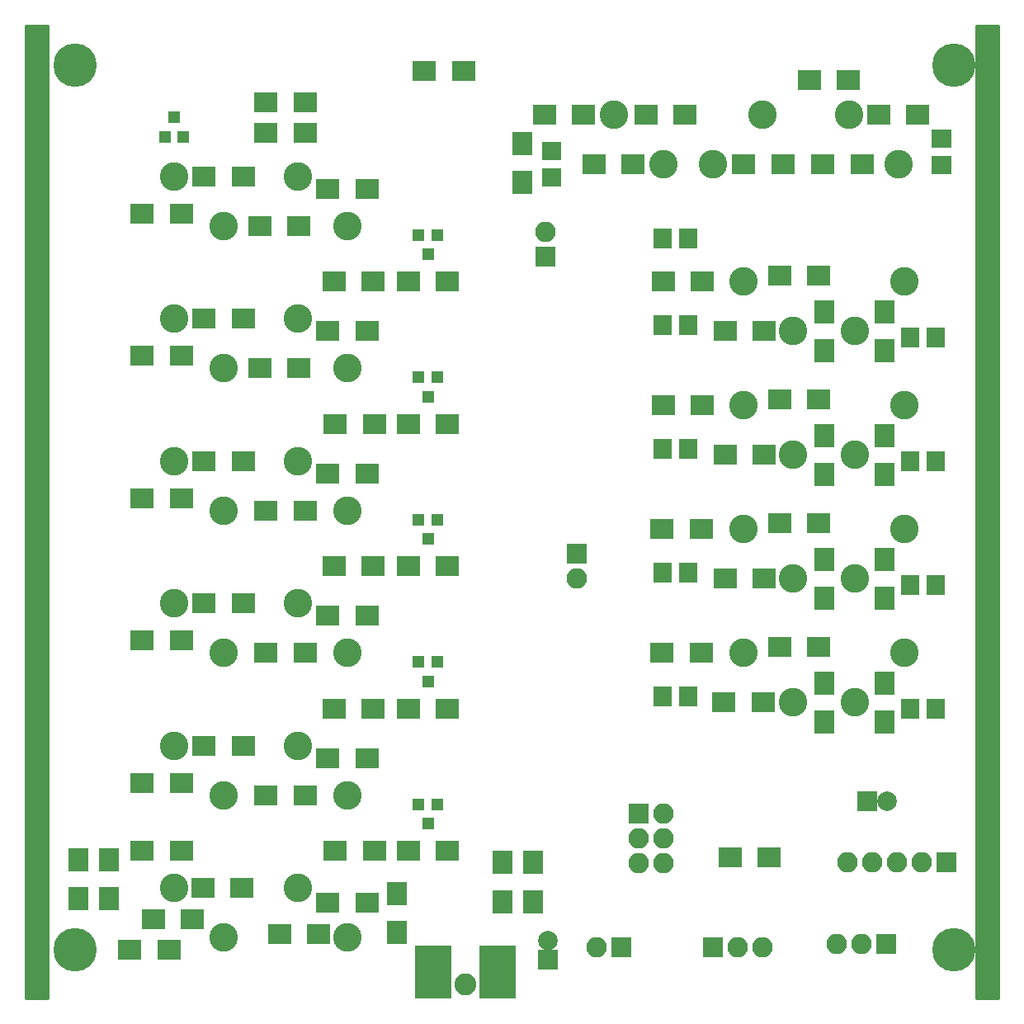
<source format=gbr>
G04 #@! TF.FileFunction,Soldermask,Bot*
%FSLAX46Y46*%
G04 Gerber Fmt 4.6, Leading zero omitted, Abs format (unit mm)*
G04 Created by KiCad (PCBNEW 4.0.7-e1-6374~58~ubuntu14.04.1) date Fri Aug  4 16:13:01 2017*
%MOMM*%
%LPD*%
G01*
G04 APERTURE LIST*
%ADD10C,0.100000*%
%ADD11R,2.400000X2.000000*%
%ADD12R,2.000000X2.400000*%
%ADD13R,1.200100X1.200100*%
%ADD14R,2.100000X2.400000*%
%ADD15R,2.400000X2.100000*%
%ADD16R,2.100000X2.100000*%
%ADD17O,2.100000X2.100000*%
%ADD18C,4.464000*%
%ADD19R,0.800000X1.900000*%
%ADD20R,1.900000X0.800000*%
%ADD21R,3.700000X5.400000*%
%ADD22C,2.250000*%
%ADD23C,2.940000*%
%ADD24R,2.000000X2.000000*%
%ADD25C,2.000000*%
%ADD26C,0.254000*%
G04 APERTURE END LIST*
D10*
D11*
X160115000Y-150114000D03*
X156115000Y-150114000D03*
X143288000Y-148590000D03*
X147288000Y-148590000D03*
D12*
X163195000Y-149130000D03*
X163195000Y-153130000D03*
D11*
X155162000Y-153289000D03*
X151162000Y-153289000D03*
X142208000Y-151765000D03*
X138208000Y-151765000D03*
X141065000Y-144780000D03*
X137065000Y-144780000D03*
X139795000Y-154940000D03*
X135795000Y-154940000D03*
X141065000Y-79375000D03*
X137065000Y-79375000D03*
X141065000Y-93980000D03*
X137065000Y-93980000D03*
X141065000Y-108585000D03*
X137065000Y-108585000D03*
X141065000Y-123190000D03*
X137065000Y-123190000D03*
X141065000Y-137795000D03*
X137065000Y-137795000D03*
X143415000Y-75565000D03*
X147415000Y-75565000D03*
X143415000Y-90170000D03*
X147415000Y-90170000D03*
X143415000Y-104775000D03*
X147415000Y-104775000D03*
X143415000Y-119380000D03*
X147415000Y-119380000D03*
X143415000Y-133985000D03*
X147415000Y-133985000D03*
X149765000Y-67945000D03*
X153765000Y-67945000D03*
X156750000Y-86360000D03*
X160750000Y-86360000D03*
X156877000Y-100965000D03*
X160877000Y-100965000D03*
X156750000Y-115570000D03*
X160750000Y-115570000D03*
X156750000Y-130175000D03*
X160750000Y-130175000D03*
X156877000Y-144780000D03*
X160877000Y-144780000D03*
X149130000Y-95250000D03*
X153130000Y-95250000D03*
X149765000Y-109855000D03*
X153765000Y-109855000D03*
X149765000Y-124460000D03*
X153765000Y-124460000D03*
X149765000Y-139065000D03*
X153765000Y-139065000D03*
X149130000Y-80645000D03*
X153130000Y-80645000D03*
X160115000Y-76835000D03*
X156115000Y-76835000D03*
X160115000Y-91440000D03*
X156115000Y-91440000D03*
X160115000Y-106045000D03*
X156115000Y-106045000D03*
X160115000Y-120650000D03*
X156115000Y-120650000D03*
X160115000Y-135255000D03*
X156115000Y-135255000D03*
D12*
X176022000Y-72168000D03*
X176022000Y-76168000D03*
D11*
X178340000Y-69215000D03*
X182340000Y-69215000D03*
X187420000Y-74295000D03*
X183420000Y-74295000D03*
X188754000Y-69215000D03*
X192754000Y-69215000D03*
X190532000Y-86360000D03*
X194532000Y-86360000D03*
X190532000Y-99060000D03*
X194532000Y-99060000D03*
X190405000Y-111760000D03*
X194405000Y-111760000D03*
X190405000Y-124460000D03*
X194405000Y-124460000D03*
X198787000Y-74295000D03*
X202787000Y-74295000D03*
X200882000Y-91440000D03*
X196882000Y-91440000D03*
X200882000Y-104140000D03*
X196882000Y-104140000D03*
X200882000Y-116840000D03*
X196882000Y-116840000D03*
X200755000Y-129540000D03*
X196755000Y-129540000D03*
X206915000Y-74295000D03*
X210915000Y-74295000D03*
X202470000Y-85725000D03*
X206470000Y-85725000D03*
X202470000Y-98425000D03*
X206470000Y-98425000D03*
X202470000Y-111125000D03*
X206470000Y-111125000D03*
X202470000Y-123825000D03*
X206470000Y-123825000D03*
D13*
X141285000Y-71485760D03*
X139385000Y-71485760D03*
X140335000Y-69486780D03*
X165420000Y-81549240D03*
X167320000Y-81549240D03*
X166370000Y-83548220D03*
X165420000Y-96154240D03*
X167320000Y-96154240D03*
X166370000Y-98153220D03*
X165420000Y-110759240D03*
X167320000Y-110759240D03*
X166370000Y-112758220D03*
X165420000Y-125364240D03*
X167320000Y-125364240D03*
X166370000Y-127363220D03*
X165420000Y-139969240D03*
X167320000Y-139969240D03*
X166370000Y-141968220D03*
D14*
X133667500Y-145637500D03*
X133667500Y-149637500D03*
X130492500Y-145637500D03*
X130492500Y-149637500D03*
D15*
X153765000Y-71120000D03*
X149765000Y-71120000D03*
X168370000Y-86360000D03*
X164370000Y-86360000D03*
X168370000Y-100965000D03*
X164370000Y-100965000D03*
X168370000Y-115570000D03*
X164370000Y-115570000D03*
X168370000Y-130175000D03*
X164370000Y-130175000D03*
X168370000Y-144780000D03*
X164370000Y-144780000D03*
D14*
X173990000Y-145955000D03*
X173990000Y-149955000D03*
X177165000Y-145955000D03*
X177165000Y-149955000D03*
D11*
X209518000Y-65659000D03*
X205518000Y-65659000D03*
D12*
X207010000Y-93440000D03*
X207010000Y-89440000D03*
X207010000Y-106140000D03*
X207010000Y-102140000D03*
X207010000Y-118840000D03*
X207010000Y-114840000D03*
X207010000Y-131540000D03*
X207010000Y-127540000D03*
D11*
X212630000Y-69215000D03*
X216630000Y-69215000D03*
D16*
X181610000Y-114300000D03*
D17*
X181610000Y-116840000D03*
D18*
X130175000Y-64135000D03*
X220345000Y-64135000D03*
X130175000Y-154940000D03*
D15*
X170021000Y-64770000D03*
X166021000Y-64770000D03*
D19*
X178420000Y-72965000D03*
X179070000Y-72965000D03*
X179720000Y-72965000D03*
X179720000Y-75625000D03*
X179070000Y-75625000D03*
X178420000Y-75625000D03*
D20*
X193100000Y-81265000D03*
X193100000Y-81915000D03*
X193100000Y-82565000D03*
X190440000Y-82565000D03*
X190440000Y-81915000D03*
X190440000Y-81265000D03*
X193100000Y-90155000D03*
X193100000Y-90805000D03*
X193100000Y-91455000D03*
X190440000Y-91455000D03*
X190440000Y-90805000D03*
X190440000Y-90155000D03*
X193100000Y-102855000D03*
X193100000Y-103505000D03*
X193100000Y-104155000D03*
X190440000Y-104155000D03*
X190440000Y-103505000D03*
X190440000Y-102855000D03*
X193100000Y-115555000D03*
X193100000Y-116205000D03*
X193100000Y-116855000D03*
X190440000Y-116855000D03*
X190440000Y-116205000D03*
X190440000Y-115555000D03*
X193100000Y-128255000D03*
X193100000Y-128905000D03*
X193100000Y-129555000D03*
X190440000Y-129555000D03*
X190440000Y-128905000D03*
X190440000Y-128255000D03*
D19*
X218425000Y-71695000D03*
X219075000Y-71695000D03*
X219725000Y-71695000D03*
X219725000Y-74355000D03*
X219075000Y-74355000D03*
X218425000Y-74355000D03*
D20*
X215840000Y-92725000D03*
X215840000Y-92075000D03*
X215840000Y-91425000D03*
X218500000Y-91425000D03*
X218500000Y-92075000D03*
X218500000Y-92725000D03*
X215840000Y-105425000D03*
X215840000Y-104775000D03*
X215840000Y-104125000D03*
X218500000Y-104125000D03*
X218500000Y-104775000D03*
X218500000Y-105425000D03*
X215840000Y-118125000D03*
X215840000Y-117475000D03*
X215840000Y-116825000D03*
X218500000Y-116825000D03*
X218500000Y-117475000D03*
X218500000Y-118125000D03*
X215840000Y-130825000D03*
X215840000Y-130175000D03*
X215840000Y-129525000D03*
X218500000Y-129525000D03*
X218500000Y-130175000D03*
X218500000Y-130825000D03*
D12*
X213233000Y-89440000D03*
X213233000Y-93440000D03*
X213233000Y-102140000D03*
X213233000Y-106140000D03*
D21*
X173480000Y-157193000D03*
X166880000Y-157193000D03*
D22*
X170180000Y-158493000D03*
X172720000Y-158493000D03*
X167640000Y-158493000D03*
D18*
X220345000Y-154940000D03*
D23*
X140335000Y-148590000D03*
X145415000Y-153670000D03*
X158115000Y-153670000D03*
X153035000Y-148590000D03*
X145415000Y-139065000D03*
X140335000Y-133985000D03*
X158115000Y-139065000D03*
X153035000Y-133985000D03*
X145415000Y-124460000D03*
X140335000Y-119380000D03*
X158115000Y-124460000D03*
X153035000Y-119380000D03*
X145415000Y-109855000D03*
X140335000Y-104775000D03*
X158115000Y-109855000D03*
X153035000Y-104775000D03*
X145415000Y-95250000D03*
X140335000Y-90170000D03*
X158115000Y-95250000D03*
X153035000Y-90170000D03*
X145415000Y-80645000D03*
X140335000Y-75565000D03*
X158115000Y-80645000D03*
X153035000Y-75565000D03*
X200660000Y-69215000D03*
X195580000Y-74295000D03*
X203835000Y-91440000D03*
X198755000Y-86360000D03*
X215265000Y-86360000D03*
X210185000Y-91440000D03*
X203835000Y-104140000D03*
X198755000Y-99060000D03*
X215265000Y-99060000D03*
X210185000Y-104140000D03*
X215265000Y-111760000D03*
X210185000Y-116840000D03*
X203835000Y-116840000D03*
X198755000Y-111760000D03*
X203835000Y-129540000D03*
X198755000Y-124460000D03*
X215265000Y-124460000D03*
X210185000Y-129540000D03*
X214630000Y-74295000D03*
X209550000Y-69215000D03*
D12*
X213233000Y-114840000D03*
X213233000Y-118840000D03*
X213233000Y-127540000D03*
X213233000Y-131540000D03*
D11*
X197390000Y-145415000D03*
X201390000Y-145415000D03*
D24*
X211455000Y-139700000D03*
D25*
X213455000Y-139700000D03*
D24*
X178689000Y-155956000D03*
D25*
X178689000Y-153956000D03*
D16*
X186182000Y-154686000D03*
D17*
X183642000Y-154686000D03*
D16*
X187960000Y-140970000D03*
D17*
X190500000Y-140970000D03*
X187960000Y-143510000D03*
X190500000Y-143510000D03*
X187960000Y-146050000D03*
X190500000Y-146050000D03*
D16*
X219583000Y-145923000D03*
D17*
X217043000Y-145923000D03*
X214503000Y-145923000D03*
X211963000Y-145923000D03*
X209423000Y-145923000D03*
D16*
X195580000Y-154686000D03*
D17*
X198120000Y-154686000D03*
X200660000Y-154686000D03*
D16*
X178435000Y-83820000D03*
D17*
X178435000Y-81280000D03*
D16*
X213360000Y-154305000D03*
D17*
X210820000Y-154305000D03*
X208280000Y-154305000D03*
D23*
X190500000Y-74295000D03*
X185420000Y-69215000D03*
D26*
G36*
X127381000Y-159893000D02*
X125095000Y-159893000D01*
X125095000Y-60071000D01*
X127381000Y-60071000D01*
X127381000Y-159893000D01*
X127381000Y-159893000D01*
G37*
X127381000Y-159893000D02*
X125095000Y-159893000D01*
X125095000Y-60071000D01*
X127381000Y-60071000D01*
X127381000Y-159893000D01*
G36*
X224917000Y-159893000D02*
X222631000Y-159893000D01*
X222631000Y-60071000D01*
X224917000Y-60071000D01*
X224917000Y-159893000D01*
X224917000Y-159893000D01*
G37*
X224917000Y-159893000D02*
X222631000Y-159893000D01*
X222631000Y-60071000D01*
X224917000Y-60071000D01*
X224917000Y-159893000D01*
M02*

</source>
